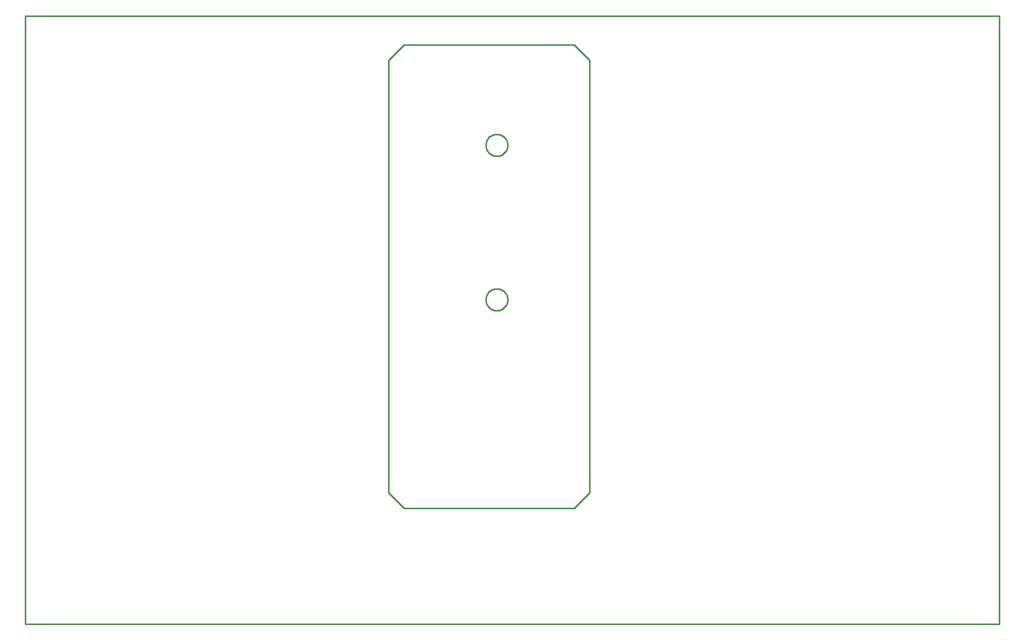
<source format=gbr>
G04 EAGLE Gerber RS-274X export*
G75*
%MOMM*%
%FSLAX34Y34*%
%LPD*%
%IN*%
%IPPOS*%
%AMOC8*
5,1,8,0,0,1.08239X$1,22.5*%
G01*
%ADD10C,0.254000*%


D10*
X0Y0D02*
X1600000Y0D01*
X1600000Y1000000D01*
X0Y1000000D01*
X0Y0D01*
X596900Y215900D02*
X622300Y190500D01*
X901700Y190500D01*
X927100Y215900D01*
X927100Y927100D01*
X901700Y952500D01*
X622300Y952500D01*
X596900Y927100D01*
X596900Y215900D01*
X792661Y786812D02*
X792661Y787988D01*
X792584Y789161D01*
X792430Y790327D01*
X792201Y791481D01*
X791896Y792616D01*
X791518Y793730D01*
X791068Y794816D01*
X790548Y795871D01*
X789960Y796889D01*
X789307Y797867D01*
X788591Y798800D01*
X787816Y799684D01*
X786984Y800516D01*
X786100Y801291D01*
X785167Y802007D01*
X784189Y802660D01*
X783171Y803248D01*
X782116Y803768D01*
X781030Y804218D01*
X779916Y804596D01*
X778781Y804901D01*
X777627Y805130D01*
X776461Y805284D01*
X775288Y805361D01*
X774112Y805361D01*
X772939Y805284D01*
X771773Y805130D01*
X770619Y804901D01*
X769484Y804596D01*
X768370Y804218D01*
X767284Y803768D01*
X766229Y803248D01*
X765211Y802660D01*
X764233Y802007D01*
X763300Y801291D01*
X762416Y800516D01*
X761584Y799684D01*
X760809Y798800D01*
X760093Y797867D01*
X759440Y796889D01*
X758852Y795871D01*
X758332Y794816D01*
X757882Y793730D01*
X757504Y792616D01*
X757199Y791481D01*
X756970Y790327D01*
X756816Y789161D01*
X756740Y787988D01*
X756740Y786812D01*
X756816Y785639D01*
X756970Y784473D01*
X757199Y783319D01*
X757504Y782184D01*
X757882Y781070D01*
X758332Y779984D01*
X758852Y778929D01*
X759440Y777911D01*
X760093Y776933D01*
X760809Y776000D01*
X761584Y775116D01*
X762416Y774284D01*
X763300Y773509D01*
X764233Y772793D01*
X765211Y772140D01*
X766229Y771552D01*
X767284Y771032D01*
X768370Y770582D01*
X769484Y770204D01*
X770619Y769899D01*
X771773Y769670D01*
X772939Y769516D01*
X774112Y769440D01*
X775288Y769440D01*
X776461Y769516D01*
X777627Y769670D01*
X778781Y769899D01*
X779916Y770204D01*
X781030Y770582D01*
X782116Y771032D01*
X783171Y771552D01*
X784189Y772140D01*
X785167Y772793D01*
X786100Y773509D01*
X786984Y774284D01*
X787816Y775116D01*
X788591Y776000D01*
X789307Y776933D01*
X789960Y777911D01*
X790548Y778929D01*
X791068Y779984D01*
X791518Y781070D01*
X791896Y782184D01*
X792201Y783319D01*
X792430Y784473D01*
X792584Y785639D01*
X792661Y786812D01*
X792661Y532812D02*
X792661Y533988D01*
X792584Y535161D01*
X792430Y536327D01*
X792201Y537481D01*
X791896Y538616D01*
X791518Y539730D01*
X791068Y540816D01*
X790548Y541871D01*
X789960Y542889D01*
X789307Y543867D01*
X788591Y544800D01*
X787816Y545684D01*
X786984Y546516D01*
X786100Y547291D01*
X785167Y548007D01*
X784189Y548660D01*
X783171Y549248D01*
X782116Y549768D01*
X781030Y550218D01*
X779916Y550596D01*
X778781Y550901D01*
X777627Y551130D01*
X776461Y551284D01*
X775288Y551361D01*
X774112Y551361D01*
X772939Y551284D01*
X771773Y551130D01*
X770619Y550901D01*
X769484Y550596D01*
X768370Y550218D01*
X767284Y549768D01*
X766229Y549248D01*
X765211Y548660D01*
X764233Y548007D01*
X763300Y547291D01*
X762416Y546516D01*
X761584Y545684D01*
X760809Y544800D01*
X760093Y543867D01*
X759440Y542889D01*
X758852Y541871D01*
X758332Y540816D01*
X757882Y539730D01*
X757504Y538616D01*
X757199Y537481D01*
X756970Y536327D01*
X756816Y535161D01*
X756740Y533988D01*
X756740Y532812D01*
X756816Y531639D01*
X756970Y530473D01*
X757199Y529319D01*
X757504Y528184D01*
X757882Y527070D01*
X758332Y525984D01*
X758852Y524929D01*
X759440Y523911D01*
X760093Y522933D01*
X760809Y522000D01*
X761584Y521116D01*
X762416Y520284D01*
X763300Y519509D01*
X764233Y518793D01*
X765211Y518140D01*
X766229Y517552D01*
X767284Y517032D01*
X768370Y516582D01*
X769484Y516204D01*
X770619Y515899D01*
X771773Y515670D01*
X772939Y515516D01*
X774112Y515440D01*
X775288Y515440D01*
X776461Y515516D01*
X777627Y515670D01*
X778781Y515899D01*
X779916Y516204D01*
X781030Y516582D01*
X782116Y517032D01*
X783171Y517552D01*
X784189Y518140D01*
X785167Y518793D01*
X786100Y519509D01*
X786984Y520284D01*
X787816Y521116D01*
X788591Y522000D01*
X789307Y522933D01*
X789960Y523911D01*
X790548Y524929D01*
X791068Y525984D01*
X791518Y527070D01*
X791896Y528184D01*
X792201Y529319D01*
X792430Y530473D01*
X792584Y531639D01*
X792661Y532812D01*
M02*

</source>
